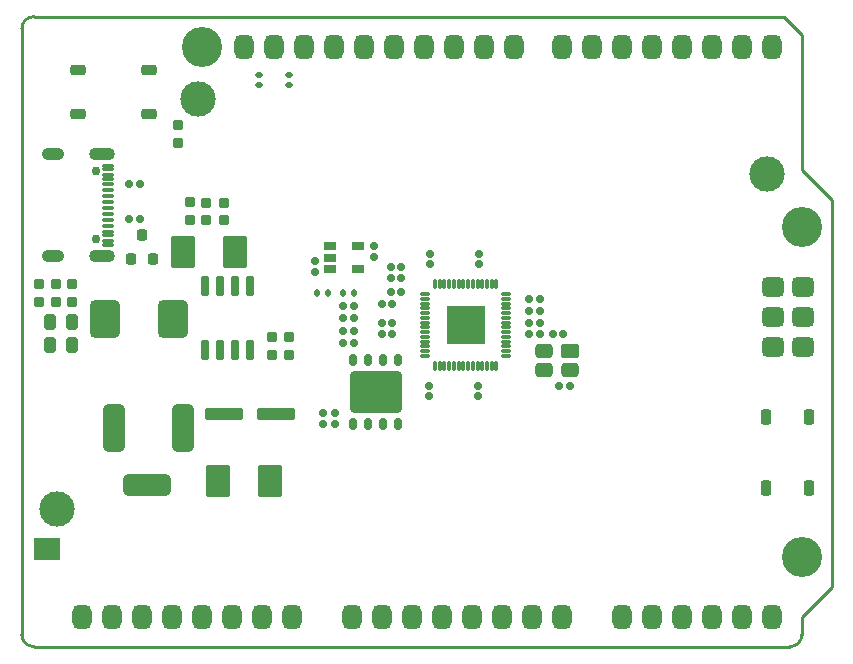
<source format=gts>
G04*
G04 #@! TF.GenerationSoftware,Altium Limited,Altium Designer,21.1.1 (26)*
G04*
G04 Layer_Color=8388736*
%FSAX44Y44*%
%MOMM*%
G71*
G04*
G04 #@! TF.SameCoordinates,378EE943-C238-4E8C-B66D-7123103E1C21*
G04*
G04*
G04 #@! TF.FilePolarity,Negative*
G04*
G01*
G75*
%ADD17C,0.2540*%
%ADD39R,2.2000X1.8500*%
G04:AMPARAMS|DCode=40|XSize=2.1mm|YSize=2.7mm|CornerRadius=0.25mm|HoleSize=0mm|Usage=FLASHONLY|Rotation=0.000|XOffset=0mm|YOffset=0mm|HoleType=Round|Shape=RoundedRectangle|*
%AMROUNDEDRECTD40*
21,1,2.1000,2.2000,0,0,0.0*
21,1,1.6000,2.7000,0,0,0.0*
1,1,0.5000,0.8000,-1.1000*
1,1,0.5000,-0.8000,-1.1000*
1,1,0.5000,-0.8000,1.1000*
1,1,0.5000,0.8000,1.1000*
%
%ADD40ROUNDEDRECTD40*%
G04:AMPARAMS|DCode=41|XSize=0.35mm|YSize=1.1mm|CornerRadius=0.1438mm|HoleSize=0mm|Usage=FLASHONLY|Rotation=270.000|XOffset=0mm|YOffset=0mm|HoleType=Round|Shape=RoundedRectangle|*
%AMROUNDEDRECTD41*
21,1,0.3500,0.8125,0,0,270.0*
21,1,0.0625,1.1000,0,0,270.0*
1,1,0.2875,-0.4063,-0.0313*
1,1,0.2875,-0.4063,0.0313*
1,1,0.2875,0.4063,0.0313*
1,1,0.2875,0.4063,-0.0313*
%
%ADD41ROUNDEDRECTD41*%
G04:AMPARAMS|DCode=42|XSize=0.9mm|YSize=1mm|CornerRadius=0.25mm|HoleSize=0mm|Usage=FLASHONLY|Rotation=0.000|XOffset=0mm|YOffset=0mm|HoleType=Round|Shape=RoundedRectangle|*
%AMROUNDEDRECTD42*
21,1,0.9000,0.5000,0,0,0.0*
21,1,0.4000,1.0000,0,0,0.0*
1,1,0.5000,0.2000,-0.2500*
1,1,0.5000,-0.2000,-0.2500*
1,1,0.5000,-0.2000,0.2500*
1,1,0.5000,0.2000,0.2500*
%
%ADD42ROUNDEDRECTD42*%
G04:AMPARAMS|DCode=43|XSize=0.85mm|YSize=0.9mm|CornerRadius=0.2375mm|HoleSize=0mm|Usage=FLASHONLY|Rotation=90.000|XOffset=0mm|YOffset=0mm|HoleType=Round|Shape=RoundedRectangle|*
%AMROUNDEDRECTD43*
21,1,0.8500,0.4250,0,0,90.0*
21,1,0.3750,0.9000,0,0,90.0*
1,1,0.4750,0.2125,0.1875*
1,1,0.4750,0.2125,-0.1875*
1,1,0.4750,-0.2125,-0.1875*
1,1,0.4750,-0.2125,0.1875*
%
%ADD43ROUNDEDRECTD43*%
G04:AMPARAMS|DCode=44|XSize=0.85mm|YSize=0.9mm|CornerRadius=0.2375mm|HoleSize=0mm|Usage=FLASHONLY|Rotation=180.000|XOffset=0mm|YOffset=0mm|HoleType=Round|Shape=RoundedRectangle|*
%AMROUNDEDRECTD44*
21,1,0.8500,0.4250,0,0,180.0*
21,1,0.3750,0.9000,0,0,180.0*
1,1,0.4750,-0.1875,0.2125*
1,1,0.4750,0.1875,0.2125*
1,1,0.4750,0.1875,-0.2125*
1,1,0.4750,-0.1875,-0.2125*
%
%ADD44ROUNDEDRECTD44*%
G04:AMPARAMS|DCode=45|XSize=3.15mm|YSize=2.5mm|CornerRadius=0.35mm|HoleSize=0mm|Usage=FLASHONLY|Rotation=270.000|XOffset=0mm|YOffset=0mm|HoleType=Round|Shape=RoundedRectangle|*
%AMROUNDEDRECTD45*
21,1,3.1500,1.8000,0,0,270.0*
21,1,2.4500,2.5000,0,0,270.0*
1,1,0.7000,-0.9000,-1.2250*
1,1,0.7000,-0.9000,1.2250*
1,1,0.7000,0.9000,1.2250*
1,1,0.7000,0.9000,-1.2250*
%
%ADD45ROUNDEDRECTD45*%
G04:AMPARAMS|DCode=46|XSize=1.7mm|YSize=0.7mm|CornerRadius=0.2mm|HoleSize=0mm|Usage=FLASHONLY|Rotation=90.000|XOffset=0mm|YOffset=0mm|HoleType=Round|Shape=RoundedRectangle|*
%AMROUNDEDRECTD46*
21,1,1.7000,0.3000,0,0,90.0*
21,1,1.3000,0.7000,0,0,90.0*
1,1,0.4000,0.1500,0.6500*
1,1,0.4000,0.1500,-0.6500*
1,1,0.4000,-0.1500,-0.6500*
1,1,0.4000,-0.1500,0.6500*
%
%ADD46ROUNDEDRECTD46*%
G04:AMPARAMS|DCode=47|XSize=0.95mm|YSize=1.35mm|CornerRadius=0.22mm|HoleSize=0mm|Usage=FLASHONLY|Rotation=0.000|XOffset=0mm|YOffset=0mm|HoleType=Round|Shape=RoundedRectangle|*
%AMROUNDEDRECTD47*
21,1,0.9500,0.9100,0,0,0.0*
21,1,0.5100,1.3500,0,0,0.0*
1,1,0.4400,0.2550,-0.4550*
1,1,0.4400,-0.2550,-0.4550*
1,1,0.4400,-0.2550,0.4550*
1,1,0.4400,0.2550,0.4550*
%
%ADD47ROUNDEDRECTD47*%
G04:AMPARAMS|DCode=48|XSize=3.3mm|YSize=1.1mm|CornerRadius=0.3mm|HoleSize=0mm|Usage=FLASHONLY|Rotation=0.000|XOffset=0mm|YOffset=0mm|HoleType=Round|Shape=RoundedRectangle|*
%AMROUNDEDRECTD48*
21,1,3.3000,0.5000,0,0,0.0*
21,1,2.7000,1.1000,0,0,0.0*
1,1,0.6000,1.3500,-0.2500*
1,1,0.6000,-1.3500,-0.2500*
1,1,0.6000,-1.3500,0.2500*
1,1,0.6000,1.3500,0.2500*
%
%ADD48ROUNDEDRECTD48*%
G04:AMPARAMS|DCode=49|XSize=0.6mm|YSize=0.6mm|CornerRadius=0.175mm|HoleSize=0mm|Usage=FLASHONLY|Rotation=90.000|XOffset=0mm|YOffset=0mm|HoleType=Round|Shape=RoundedRectangle|*
%AMROUNDEDRECTD49*
21,1,0.6000,0.2500,0,0,90.0*
21,1,0.2500,0.6000,0,0,90.0*
1,1,0.3500,0.1250,0.1250*
1,1,0.3500,0.1250,-0.1250*
1,1,0.3500,-0.1250,-0.1250*
1,1,0.3500,-0.1250,0.1250*
%
%ADD49ROUNDEDRECTD49*%
G04:AMPARAMS|DCode=50|XSize=0.7mm|YSize=1.1mm|CornerRadius=0.2mm|HoleSize=0mm|Usage=FLASHONLY|Rotation=90.000|XOffset=0mm|YOffset=0mm|HoleType=Round|Shape=RoundedRectangle|*
%AMROUNDEDRECTD50*
21,1,0.7000,0.7000,0,0,90.0*
21,1,0.3000,1.1000,0,0,90.0*
1,1,0.4000,0.3500,0.1500*
1,1,0.4000,0.3500,-0.1500*
1,1,0.4000,-0.3500,-0.1500*
1,1,0.4000,-0.3500,0.1500*
%
%ADD50ROUNDEDRECTD50*%
G04:AMPARAMS|DCode=51|XSize=0.6mm|YSize=0.6mm|CornerRadius=0.175mm|HoleSize=0mm|Usage=FLASHONLY|Rotation=180.000|XOffset=0mm|YOffset=0mm|HoleType=Round|Shape=RoundedRectangle|*
%AMROUNDEDRECTD51*
21,1,0.6000,0.2500,0,0,180.0*
21,1,0.2500,0.6000,0,0,180.0*
1,1,0.3500,-0.1250,0.1250*
1,1,0.3500,0.1250,0.1250*
1,1,0.3500,0.1250,-0.1250*
1,1,0.3500,-0.1250,-0.1250*
%
%ADD51ROUNDEDRECTD51*%
G04:AMPARAMS|DCode=52|XSize=0.55mm|YSize=0.6mm|CornerRadius=0.1625mm|HoleSize=0mm|Usage=FLASHONLY|Rotation=270.000|XOffset=0mm|YOffset=0mm|HoleType=Round|Shape=RoundedRectangle|*
%AMROUNDEDRECTD52*
21,1,0.5500,0.2750,0,0,270.0*
21,1,0.2250,0.6000,0,0,270.0*
1,1,0.3250,-0.1375,-0.1125*
1,1,0.3250,-0.1375,0.1125*
1,1,0.3250,0.1375,0.1125*
1,1,0.3250,0.1375,-0.1125*
%
%ADD52ROUNDEDRECTD52*%
G04:AMPARAMS|DCode=53|XSize=0.55mm|YSize=0.6mm|CornerRadius=0.1625mm|HoleSize=0mm|Usage=FLASHONLY|Rotation=0.000|XOffset=0mm|YOffset=0mm|HoleType=Round|Shape=RoundedRectangle|*
%AMROUNDEDRECTD53*
21,1,0.5500,0.2750,0,0,0.0*
21,1,0.2250,0.6000,0,0,0.0*
1,1,0.3250,0.1125,-0.1375*
1,1,0.3250,-0.1125,-0.1375*
1,1,0.3250,-0.1125,0.1375*
1,1,0.3250,0.1125,0.1375*
%
%ADD53ROUNDEDRECTD53*%
%ADD54C,3.0000*%
G04:AMPARAMS|DCode=55|XSize=3.3mm|YSize=3.3mm|CornerRadius=0.21mm|HoleSize=0mm|Usage=FLASHONLY|Rotation=90.000|XOffset=0mm|YOffset=0mm|HoleType=Round|Shape=RoundedRectangle|*
%AMROUNDEDRECTD55*
21,1,3.3000,2.8800,0,0,90.0*
21,1,2.8800,3.3000,0,0,90.0*
1,1,0.4200,1.4400,1.4400*
1,1,0.4200,1.4400,-1.4400*
1,1,0.4200,-1.4400,-1.4400*
1,1,0.4200,-1.4400,1.4400*
%
%ADD55ROUNDEDRECTD55*%
G04:AMPARAMS|DCode=56|XSize=0.3mm|YSize=0.9mm|CornerRadius=0.125mm|HoleSize=0mm|Usage=FLASHONLY|Rotation=90.000|XOffset=0mm|YOffset=0mm|HoleType=Round|Shape=RoundedRectangle|*
%AMROUNDEDRECTD56*
21,1,0.3000,0.6500,0,0,90.0*
21,1,0.0500,0.9000,0,0,90.0*
1,1,0.2500,0.3250,0.0250*
1,1,0.2500,0.3250,-0.0250*
1,1,0.2500,-0.3250,-0.0250*
1,1,0.2500,-0.3250,0.0250*
%
%ADD56ROUNDEDRECTD56*%
G04:AMPARAMS|DCode=57|XSize=0.9mm|YSize=0.3mm|CornerRadius=0.125mm|HoleSize=0mm|Usage=FLASHONLY|Rotation=90.000|XOffset=0mm|YOffset=0mm|HoleType=Round|Shape=RoundedRectangle|*
%AMROUNDEDRECTD57*
21,1,0.9000,0.0500,0,0,90.0*
21,1,0.6500,0.3000,0,0,90.0*
1,1,0.2500,0.0250,0.3250*
1,1,0.2500,0.0250,-0.3250*
1,1,0.2500,-0.0250,-0.3250*
1,1,0.2500,-0.0250,0.3250*
%
%ADD57ROUNDEDRECTD57*%
G04:AMPARAMS|DCode=58|XSize=1.5mm|YSize=1.25mm|CornerRadius=0.3375mm|HoleSize=0mm|Usage=FLASHONLY|Rotation=180.000|XOffset=0mm|YOffset=0mm|HoleType=Round|Shape=RoundedRectangle|*
%AMROUNDEDRECTD58*
21,1,1.5000,0.5750,0,0,180.0*
21,1,0.8250,1.2500,0,0,180.0*
1,1,0.6750,-0.4125,0.2875*
1,1,0.6750,0.4125,0.2875*
1,1,0.6750,0.4125,-0.2875*
1,1,0.6750,-0.4125,-0.2875*
%
%ADD58ROUNDEDRECTD58*%
G04:AMPARAMS|DCode=59|XSize=1.5mm|YSize=1.25mm|CornerRadius=0.165mm|HoleSize=0mm|Usage=FLASHONLY|Rotation=180.000|XOffset=0mm|YOffset=0mm|HoleType=Round|Shape=RoundedRectangle|*
%AMROUNDEDRECTD59*
21,1,1.5000,0.9200,0,0,180.0*
21,1,1.1700,1.2500,0,0,180.0*
1,1,0.3300,-0.5850,0.4600*
1,1,0.3300,0.5850,0.4600*
1,1,0.3300,0.5850,-0.4600*
1,1,0.3300,-0.5850,-0.4600*
%
%ADD59ROUNDEDRECTD59*%
G04:AMPARAMS|DCode=60|XSize=1.1mm|YSize=0.6mm|CornerRadius=0.175mm|HoleSize=0mm|Usage=FLASHONLY|Rotation=90.000|XOffset=0mm|YOffset=0mm|HoleType=Round|Shape=RoundedRectangle|*
%AMROUNDEDRECTD60*
21,1,1.1000,0.2500,0,0,90.0*
21,1,0.7500,0.6000,0,0,90.0*
1,1,0.3500,0.1250,0.3750*
1,1,0.3500,0.1250,-0.3750*
1,1,0.3500,-0.1250,-0.3750*
1,1,0.3500,-0.1250,0.3750*
%
%ADD60ROUNDEDRECTD60*%
G04:AMPARAMS|DCode=61|XSize=3.5mm|YSize=4.4mm|CornerRadius=0.305mm|HoleSize=0mm|Usage=FLASHONLY|Rotation=270.000|XOffset=0mm|YOffset=0mm|HoleType=Round|Shape=RoundedRectangle|*
%AMROUNDEDRECTD61*
21,1,3.5000,3.7900,0,0,270.0*
21,1,2.8900,4.4000,0,0,270.0*
1,1,0.6100,-1.8950,-1.4450*
1,1,0.6100,-1.8950,1.4450*
1,1,0.6100,1.8950,1.4450*
1,1,0.6100,1.8950,-1.4450*
%
%ADD61ROUNDEDRECTD61*%
G04:AMPARAMS|DCode=62|XSize=0.9mm|YSize=1.3mm|CornerRadius=0.25mm|HoleSize=0mm|Usage=FLASHONLY|Rotation=0.000|XOffset=0mm|YOffset=0mm|HoleType=Round|Shape=RoundedRectangle|*
%AMROUNDEDRECTD62*
21,1,0.9000,0.8000,0,0,0.0*
21,1,0.4000,1.3000,0,0,0.0*
1,1,0.5000,0.2000,-0.4000*
1,1,0.5000,-0.2000,-0.4000*
1,1,0.5000,-0.2000,0.4000*
1,1,0.5000,0.2000,0.4000*
%
%ADD62ROUNDEDRECTD62*%
G04:AMPARAMS|DCode=63|XSize=0.9mm|YSize=1.3mm|CornerRadius=0.25mm|HoleSize=0mm|Usage=FLASHONLY|Rotation=270.000|XOffset=0mm|YOffset=0mm|HoleType=Round|Shape=RoundedRectangle|*
%AMROUNDEDRECTD63*
21,1,0.9000,0.8000,0,0,270.0*
21,1,0.4000,1.3000,0,0,270.0*
1,1,0.5000,-0.4000,-0.2000*
1,1,0.5000,-0.4000,0.2000*
1,1,0.5000,0.4000,0.2000*
1,1,0.5000,0.4000,-0.2000*
%
%ADD63ROUNDEDRECTD63*%
G04:AMPARAMS|DCode=64|XSize=2.1mm|YSize=1.7mm|CornerRadius=0.65mm|HoleSize=0mm|Usage=FLASHONLY|Rotation=90.000|XOffset=0mm|YOffset=0mm|HoleType=Round|Shape=RoundedRectangle|*
%AMROUNDEDRECTD64*
21,1,2.1000,0.4000,0,0,90.0*
21,1,0.8000,1.7000,0,0,90.0*
1,1,1.3000,0.2000,0.4000*
1,1,1.3000,0.2000,-0.4000*
1,1,1.3000,-0.2000,-0.4000*
1,1,1.3000,-0.2000,0.4000*
%
%ADD64ROUNDEDRECTD64*%
%ADD65C,0.7500*%
G04:AMPARAMS|DCode=66|XSize=1.1mm|YSize=2.2mm|CornerRadius=0.55mm|HoleSize=0mm|Usage=FLASHONLY|Rotation=270.000|XOffset=0mm|YOffset=0mm|HoleType=Round|Shape=RoundedRectangle|*
%AMROUNDEDRECTD66*
21,1,1.1000,1.1000,0,0,270.0*
21,1,0.0000,2.2000,0,0,270.0*
1,1,1.1000,-0.5500,0.0000*
1,1,1.1000,-0.5500,0.0000*
1,1,1.1000,0.5500,0.0000*
1,1,1.1000,0.5500,0.0000*
%
%ADD66ROUNDEDRECTD66*%
G04:AMPARAMS|DCode=67|XSize=1.1mm|YSize=1.9mm|CornerRadius=0.55mm|HoleSize=0mm|Usage=FLASHONLY|Rotation=270.000|XOffset=0mm|YOffset=0mm|HoleType=Round|Shape=RoundedRectangle|*
%AMROUNDEDRECTD67*
21,1,1.1000,0.8000,0,0,270.0*
21,1,0.0000,1.9000,0,0,270.0*
1,1,1.1000,-0.4000,0.0000*
1,1,1.1000,-0.4000,0.0000*
1,1,1.1000,0.4000,0.0000*
1,1,1.1000,0.4000,0.0000*
%
%ADD67ROUNDEDRECTD67*%
G04:AMPARAMS|DCode=68|XSize=4.1mm|YSize=1.9mm|CornerRadius=0.5mm|HoleSize=0mm|Usage=FLASHONLY|Rotation=90.000|XOffset=0mm|YOffset=0mm|HoleType=Round|Shape=RoundedRectangle|*
%AMROUNDEDRECTD68*
21,1,4.1000,0.9000,0,0,90.0*
21,1,3.1000,1.9000,0,0,90.0*
1,1,1.0000,0.4500,1.5500*
1,1,1.0000,0.4500,-1.5500*
1,1,1.0000,-0.4500,-1.5500*
1,1,1.0000,-0.4500,1.5500*
%
%ADD68ROUNDEDRECTD68*%
G04:AMPARAMS|DCode=69|XSize=4.1mm|YSize=1.9mm|CornerRadius=0.5mm|HoleSize=0mm|Usage=FLASHONLY|Rotation=180.000|XOffset=0mm|YOffset=0mm|HoleType=Round|Shape=RoundedRectangle|*
%AMROUNDEDRECTD69*
21,1,4.1000,0.9000,0,0,180.0*
21,1,3.1000,1.9000,0,0,180.0*
1,1,1.0000,-1.5500,0.4500*
1,1,1.0000,1.5500,0.4500*
1,1,1.0000,1.5500,-0.4500*
1,1,1.0000,-1.5500,-0.4500*
%
%ADD69ROUNDEDRECTD69*%
%ADD70C,3.4000*%
G04:AMPARAMS|DCode=71|XSize=1.9mm|YSize=1.7mm|CornerRadius=0.45mm|HoleSize=0mm|Usage=FLASHONLY|Rotation=0.000|XOffset=0mm|YOffset=0mm|HoleType=Round|Shape=RoundedRectangle|*
%AMROUNDEDRECTD71*
21,1,1.9000,0.8000,0,0,0.0*
21,1,1.0000,1.7000,0,0,0.0*
1,1,0.9000,0.5000,-0.4000*
1,1,0.9000,-0.5000,-0.4000*
1,1,0.9000,-0.5000,0.4000*
1,1,0.9000,0.5000,0.4000*
%
%ADD71ROUNDEDRECTD71*%
D17*
X00000173Y00010333D02*
G03*
X00010333Y00000173I00010160J00000000D01*
G01*
Y00533573D02*
G03*
X00000173Y00523667I-00000127J-00010033D01*
G01*
X00650667Y00000173D02*
G03*
X00660573Y00010333I-00000127J00010033D01*
G01*
X00010333Y00000173D02*
X00650667D01*
X00000173Y00010333D02*
Y00523667D01*
X00010333Y00533573D02*
X00645333D01*
X00660573Y00010333D02*
Y00025573D01*
X00685973Y00050973D01*
Y00378633D01*
X00660573Y00404033D02*
X00685973Y00378633D01*
X00660573Y00404033D02*
Y00518333D01*
X00645333Y00533573D02*
X00660573Y00518333D01*
D39*
X00021500Y00082750D02*
D03*
D40*
X00136500Y00334500D02*
D03*
X00180500D02*
D03*
X00210000Y00140500D02*
D03*
X00166000D02*
D03*
D41*
X00073000Y00407499D02*
D03*
Y00399499D02*
D03*
Y00386499D02*
D03*
Y00376499D02*
D03*
Y00371499D02*
D03*
X00073000Y00361499D02*
D03*
Y00348499D02*
D03*
Y00340499D02*
D03*
X00073000Y00351499D02*
D03*
Y00356499D02*
D03*
X00073000Y00366499D02*
D03*
X00073000Y00381499D02*
D03*
Y00391499D02*
D03*
X00073000Y00396499D02*
D03*
X00073000Y00404499D02*
D03*
X00073000Y00343499D02*
D03*
D42*
X00102000Y00349000D02*
D03*
X00111500Y00328000D02*
D03*
X00092500Y00328000D02*
D03*
D43*
X00142500Y00361500D02*
D03*
Y00376500D02*
D03*
X00029000Y00292000D02*
D03*
Y00307000D02*
D03*
X00043000D02*
D03*
Y00292000D02*
D03*
X00212000Y00262000D02*
D03*
Y00247000D02*
D03*
X00226000Y00262000D02*
D03*
Y00247000D02*
D03*
X00015000Y00307000D02*
D03*
Y00292000D02*
D03*
X00132000Y00441500D02*
D03*
X00132000Y00426500D02*
D03*
D44*
X00156500Y00375500D02*
D03*
X00171500D02*
D03*
Y00361500D02*
D03*
X00156500D02*
D03*
D45*
X00127750Y00278000D02*
D03*
X00070250D02*
D03*
D46*
X00155450Y00251500D02*
D03*
X00168150D02*
D03*
X00180850D02*
D03*
X00193550D02*
D03*
Y00305500D02*
D03*
X00180850D02*
D03*
X00168150D02*
D03*
X00155450D02*
D03*
D47*
X00024000Y00275000D02*
D03*
X00043000D02*
D03*
X00024000Y00256000D02*
D03*
X00043000D02*
D03*
D48*
X00215500Y00197000D02*
D03*
X00171500D02*
D03*
D49*
X00248000Y00326500D02*
D03*
Y00317500D02*
D03*
X00298500Y00339000D02*
D03*
Y00330000D02*
D03*
X00386000Y00212000D02*
D03*
Y00221000D02*
D03*
X00387500Y00333000D02*
D03*
Y00324000D02*
D03*
X00346000Y00333000D02*
D03*
Y00324000D02*
D03*
X00344500Y00212000D02*
D03*
Y00221000D02*
D03*
X00255000Y00198000D02*
D03*
Y00189000D02*
D03*
X00265000Y00198000D02*
D03*
Y00189000D02*
D03*
D50*
X00261000Y00329500D02*
D03*
Y00339000D02*
D03*
X00285000Y00320000D02*
D03*
X00261000D02*
D03*
X00285000Y00339000D02*
D03*
D51*
X00100000Y00392000D02*
D03*
X00091000D02*
D03*
X00100000Y00362000D02*
D03*
X00091000D02*
D03*
X00272000Y00278500D02*
D03*
X00281000D02*
D03*
X00272000Y00267500D02*
D03*
X00281000D02*
D03*
X00281000Y00289000D02*
D03*
X00272000D02*
D03*
X00458500Y00264500D02*
D03*
X00449500D02*
D03*
X00438500Y00274500D02*
D03*
X00429500D02*
D03*
X00438500Y00264500D02*
D03*
X00429500D02*
D03*
Y00294500D02*
D03*
X00438500D02*
D03*
X00438500Y00284500D02*
D03*
X00429500D02*
D03*
X00464000Y00221000D02*
D03*
X00455000D02*
D03*
X00312500Y00312000D02*
D03*
X00321500D02*
D03*
X00305000Y00290500D02*
D03*
X00314000D02*
D03*
X00312500Y00300500D02*
D03*
X00321500D02*
D03*
X00305000Y00274500D02*
D03*
X00314000D02*
D03*
X00305000Y00264500D02*
D03*
X00314000D02*
D03*
X00321500Y00322000D02*
D03*
X00312500D02*
D03*
X00272000Y00257500D02*
D03*
X00281000D02*
D03*
D52*
X00201000Y00484500D02*
D03*
Y00475500D02*
D03*
X00226500Y00484500D02*
D03*
Y00475500D02*
D03*
D53*
X00250000Y00300000D02*
D03*
X00259000D02*
D03*
X00272000D02*
D03*
X00281000D02*
D03*
D54*
X00030000Y00116500D02*
D03*
X00149500Y00463500D02*
D03*
X00631500Y00400500D02*
D03*
D55*
X00376000Y00272500D02*
D03*
D56*
X00410350Y00246500D02*
D03*
Y00250500D02*
D03*
Y00254500D02*
D03*
Y00258500D02*
D03*
Y00262500D02*
D03*
Y00266500D02*
D03*
Y00270500D02*
D03*
Y00274500D02*
D03*
Y00278500D02*
D03*
Y00282500D02*
D03*
Y00286500D02*
D03*
Y00290500D02*
D03*
Y00294500D02*
D03*
Y00298500D02*
D03*
X00341650D02*
D03*
Y00294500D02*
D03*
Y00290500D02*
D03*
Y00286500D02*
D03*
Y00282500D02*
D03*
Y00278500D02*
D03*
Y00274500D02*
D03*
Y00270500D02*
D03*
Y00266500D02*
D03*
Y00262500D02*
D03*
Y00258500D02*
D03*
Y00254500D02*
D03*
Y00250500D02*
D03*
Y00246500D02*
D03*
D57*
X00350000Y00238150D02*
D03*
X00354000D02*
D03*
X00358000D02*
D03*
X00362000D02*
D03*
X00366000D02*
D03*
X00370000D02*
D03*
X00374000D02*
D03*
X00378000D02*
D03*
X00382000D02*
D03*
X00386000D02*
D03*
X00390000D02*
D03*
X00394000D02*
D03*
X00398000D02*
D03*
X00402000D02*
D03*
Y00306850D02*
D03*
X00398000D02*
D03*
X00394000D02*
D03*
X00390000D02*
D03*
X00386000D02*
D03*
X00382000D02*
D03*
X00378000D02*
D03*
X00374000D02*
D03*
X00370000D02*
D03*
X00366000D02*
D03*
X00362000D02*
D03*
X00358000D02*
D03*
X00354000D02*
D03*
X00350000D02*
D03*
D58*
X00442000Y00250500D02*
D03*
Y00234500D02*
D03*
X00464000D02*
D03*
D59*
Y00250500D02*
D03*
D60*
X00319050Y00243000D02*
D03*
X00280950D02*
D03*
X00293650D02*
D03*
X00306350D02*
D03*
X00319050Y00189000D02*
D03*
X00293650D02*
D03*
X00280950D02*
D03*
X00306350D02*
D03*
D61*
X00300000Y00216000D02*
D03*
D62*
X00630000Y00134893D02*
D03*
Y00194893D02*
D03*
X00667000Y00134893D02*
D03*
Y00194893D02*
D03*
D63*
X00047893Y00488000D02*
D03*
X00107893D02*
D03*
X00047893Y00451000D02*
D03*
X00107893D02*
D03*
D64*
X00076373Y00025573D02*
D03*
X00228773D02*
D03*
X00203373D02*
D03*
X00177973D02*
D03*
X00152573D02*
D03*
X00127173D02*
D03*
X00101773D02*
D03*
X00050973D02*
D03*
X00457373Y00508173D02*
D03*
X00188133D02*
D03*
X00482773D02*
D03*
X00213533D02*
D03*
X00508173D02*
D03*
X00238933D02*
D03*
X00533573D02*
D03*
X00264333D02*
D03*
X00558973D02*
D03*
X00289733D02*
D03*
X00584373D02*
D03*
X00315133D02*
D03*
X00609773D02*
D03*
X00340533D02*
D03*
X00635173D02*
D03*
X00365933D02*
D03*
X00391333D02*
D03*
X00416733D02*
D03*
X00609773Y00025573D02*
D03*
X00635173D02*
D03*
X00279573D02*
D03*
X00304973D02*
D03*
X00330373D02*
D03*
X00355773D02*
D03*
X00381173D02*
D03*
X00406573D02*
D03*
X00431973D02*
D03*
X00457373D02*
D03*
X00508173D02*
D03*
X00533573D02*
D03*
X00558973D02*
D03*
X00584373D02*
D03*
D65*
X00062750Y00345099D02*
D03*
Y00402899D02*
D03*
D66*
X00067750Y00417199D02*
D03*
Y00330799D02*
D03*
D67*
X00026250Y00417199D02*
D03*
Y00330799D02*
D03*
D68*
X00136500Y00185000D02*
D03*
X00078500D02*
D03*
D69*
X00106500Y00137000D02*
D03*
D70*
X00152573Y00508173D02*
D03*
X00660573Y00076373D02*
D03*
Y00355773D02*
D03*
D71*
X00636443Y00304973D02*
D03*
X00661843D02*
D03*
X00636443Y00279573D02*
D03*
X00661843D02*
D03*
X00636443Y00254173D02*
D03*
X00661843D02*
D03*
M02*

</source>
